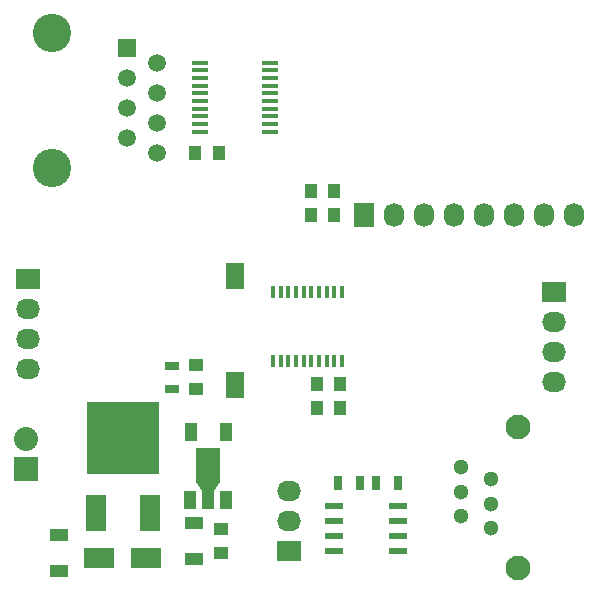
<source format=gbr>
G04 #@! TF.FileFunction,Soldermask,Top*
%FSLAX46Y46*%
G04 Gerber Fmt 4.6, Leading zero omitted, Abs format (unit mm)*
G04 Created by KiCad (PCBNEW 4.0.2-stable) date 3/15/2016 3:05:28 PM*
%MOMM*%
G01*
G04 APERTURE LIST*
%ADD10C,0.100000*%
%ADD11C,3.250000*%
%ADD12R,1.500000X1.500000*%
%ADD13C,1.500000*%
%ADD14C,1.300000*%
%ADD15C,2.100000*%
%ADD16R,1.000000X1.250000*%
%ADD17R,1.250000X1.000000*%
%ADD18R,1.600000X1.000000*%
%ADD19R,1.000000X1.600000*%
%ADD20R,2.499360X1.800860*%
%ADD21R,2.032000X1.727200*%
%ADD22O,2.032000X1.727200*%
%ADD23R,2.032000X2.032000*%
%ADD24O,2.032000X2.032000*%
%ADD25R,1.300000X0.700000*%
%ADD26R,0.700000X1.300000*%
%ADD27R,1.600000X2.180000*%
%ADD28R,0.400000X1.000000*%
%ADD29R,1.550000X0.600000*%
%ADD30R,1.450000X0.450000*%
%ADD31R,1.651000X3.048000*%
%ADD32R,6.096000X6.096000*%
%ADD33R,1.000760X1.501140*%
%ADD34R,1.998980X2.999740*%
%ADD35R,1.727200X2.032000*%
%ADD36O,1.727200X2.032000*%
G04 APERTURE END LIST*
D10*
D11*
X104267000Y-64521000D03*
X104267000Y-53081000D03*
D12*
X110617000Y-54351000D03*
D13*
X113157000Y-55621000D03*
X110617000Y-56891000D03*
X113157000Y-58161000D03*
X110617000Y-59431000D03*
X113157000Y-60701000D03*
X110617000Y-61971000D03*
X113157000Y-63241000D03*
D14*
X138924000Y-91882500D03*
X138924000Y-93922500D03*
X138924000Y-89842500D03*
X141464000Y-94942500D03*
X141464000Y-92902500D03*
X141464000Y-90862500D03*
D15*
X143764000Y-86392500D03*
X143764000Y-98392500D03*
D16*
X128698500Y-82740500D03*
X126698500Y-82740500D03*
X128714500Y-84836000D03*
X126714500Y-84836000D03*
X126190500Y-68453000D03*
X128190500Y-68453000D03*
X126190500Y-66421000D03*
X128190500Y-66421000D03*
X116411500Y-63182500D03*
X118411500Y-63182500D03*
D17*
X116522500Y-83169000D03*
X116522500Y-81169000D03*
D18*
X104902000Y-98591500D03*
X104902000Y-95591500D03*
D17*
X118618000Y-97075500D03*
X118618000Y-95075500D03*
D18*
X116332000Y-97575500D03*
X116332000Y-94575500D03*
D19*
X119038500Y-86804500D03*
X116038500Y-86804500D03*
D20*
X108237020Y-97536000D03*
X112234980Y-97536000D03*
D21*
X102298500Y-73850500D03*
D22*
X102298500Y-76390500D03*
X102298500Y-78930500D03*
X102298500Y-81470500D03*
D23*
X102108000Y-89979500D03*
D24*
X102108000Y-87439500D03*
D25*
X114427000Y-81282500D03*
X114427000Y-83182500D03*
D26*
X128463000Y-91186000D03*
X130363000Y-91186000D03*
X131704000Y-91186000D03*
X133604000Y-91186000D03*
D27*
X119758680Y-82834430D03*
X119763320Y-73629570D03*
D28*
X122995500Y-80814500D03*
X123645500Y-80814500D03*
X124295500Y-80814500D03*
X124945500Y-80814500D03*
X125595500Y-80814500D03*
X126245500Y-80814500D03*
X126895500Y-80814500D03*
X127545500Y-80814500D03*
X128195500Y-80814500D03*
X128845500Y-80814500D03*
X128845500Y-75014500D03*
X128195500Y-75014500D03*
X127545500Y-75014500D03*
X126895500Y-75014500D03*
X126245500Y-75014500D03*
X125595500Y-75014500D03*
X124945500Y-75014500D03*
X124295500Y-75014500D03*
X123645500Y-75014500D03*
X122995500Y-75014500D03*
D29*
X128173500Y-93091000D03*
X128173500Y-94361000D03*
X128173500Y-95631000D03*
X128173500Y-96901000D03*
X133573500Y-96901000D03*
X133573500Y-95631000D03*
X133573500Y-94361000D03*
X133573500Y-93091000D03*
D30*
X122711000Y-61408500D03*
X122711000Y-60758500D03*
X122711000Y-60108500D03*
X122711000Y-59458500D03*
X122711000Y-58808500D03*
X122711000Y-58158500D03*
X122711000Y-57508500D03*
X122711000Y-56858500D03*
X122711000Y-56208500D03*
X122711000Y-55558500D03*
X116811000Y-55558500D03*
X116811000Y-56208500D03*
X116811000Y-56858500D03*
X116811000Y-57508500D03*
X116811000Y-58158500D03*
X116811000Y-58808500D03*
X116811000Y-59458500D03*
X116811000Y-60108500D03*
X116811000Y-60758500D03*
X116811000Y-61408500D03*
D31*
X108013500Y-93726000D03*
D32*
X110299500Y-87376000D03*
D31*
X112585500Y-93726000D03*
D33*
X115996720Y-92583000D03*
X117497860Y-92583000D03*
X118999000Y-92583000D03*
D34*
X117497860Y-89631520D03*
D10*
G36*
X118498620Y-91105990D02*
X117998240Y-91855290D01*
X116997480Y-91855290D01*
X116497100Y-91105990D01*
X118498620Y-91105990D01*
X118498620Y-91105990D01*
G37*
D21*
X146812000Y-74993500D03*
D22*
X146812000Y-77533500D03*
X146812000Y-80073500D03*
X146812000Y-82613500D03*
D35*
X130683000Y-68453000D03*
D36*
X133223000Y-68453000D03*
X135763000Y-68453000D03*
X138303000Y-68453000D03*
X140843000Y-68453000D03*
X143383000Y-68453000D03*
X145923000Y-68453000D03*
X148463000Y-68453000D03*
D21*
X124396500Y-96901000D03*
D22*
X124396500Y-94361000D03*
X124396500Y-91821000D03*
M02*

</source>
